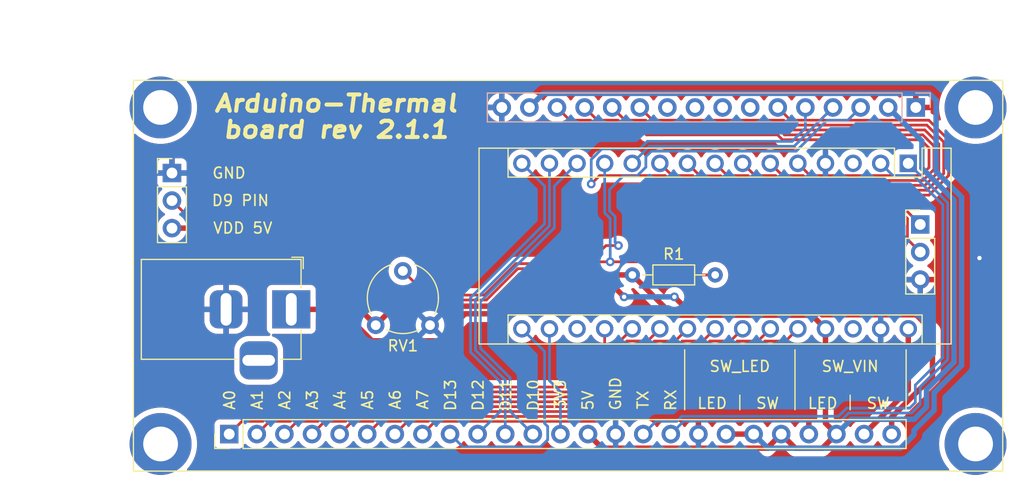
<source format=kicad_pcb>
(kicad_pcb (version 20211014) (generator pcbnew)
  (layers (0 "F.Cu" signal) (31 "B.Cu" signal) (34 "B.Paste" user) (35 "F.Paste" user) (36 "B.SilkS" user "B.Silkscreen") (37 "F.SilkS" user "F.Silkscreen") (38 "B.Mask" user) (39 "F.Mask" user) (44 "Edge.Cuts" user))
  (net 0 "")
  (net 1 "Net-(A1-Pad16)")
  (net 2 "Net-(A1-Pad15)")
  (net 3 "Net-(A1-Pad30)")
  (net 4 "Net-(A1-Pad14)")
  (net 5 "Net-(A1-Pad13)")
  (net 6 "Net-(A1-Pad12)")
  (net 7 "Net-(A1-Pad11)")
  (net 8 "Net-(A1-Pad26)")
  (net 9 "Net-(A1-Pad10)")
  (net 10 "Net-(A1-Pad25)")
  (net 11 "Net-(A1-Pad9)")
  (net 12 "Net-(A1-Pad24)")
  (net 13 "Net-(A1-Pad8)")
  (net 14 "Net-(A1-Pad23)")
  (net 15 "Net-(A1-Pad7)")
  (net 16 "Net-(A1-Pad22)")
  (net 17 "Net-(A1-Pad6)")
  (net 18 "Net-(A1-Pad21)")
  (net 19 "Net-(A1-Pad5)")
  (net 20 "Net-(A1-Pad20)")
  (net 21 "Net-(A1-Pad19)")
  (net 22 "Net-(A1-Pad2)")
  (net 23 "Net-(A1-Pad17)")
  (net 24 "Net-(A1-Pad1)")
  (net 25 "Net-(J1-Pad2)")
  (net 30 "Net-(J3-Pad3)")
  (net 31 "+5V")
  (net 32 "GND")
  (net 33 "Net-(J3-Pad15)")
  (net 34 "Net-(J4-Pad1)")
  (footprint "MountingHole:MountingHole_3.2mm_M3_ISO7380_Pad" (layer "F.Cu") (at 113.043 60.251)
    (fp_text reference "REF**" hide)
    (fp_text value "MountingHole_3.2mm_M3_ISO7380_Pad" hide)
  )
  (footprint "MountingHole:MountingHole_3.2mm_M3_ISO7380_Pad" (layer "F.Cu") (at 113.043 91.251)
    (fp_text reference "REF**" hide)
    (fp_text value "MountingHole_3.2mm_M3_ISO7380_Pad" hide)
  )
  (footprint "MountingHole:MountingHole_3.2mm_M3_ISO7380_Pad" (layer "F.Cu") (at 188.043 91.251)
    (fp_text reference "REF**" hide)
    (fp_text value "MountingHole_3.2mm_M3_ISO7380_Pad" hide)
  )
  (footprint "MountingHole:MountingHole_3.2mm_M3_ISO7380_Pad" (layer "F.Cu") (at 188.043 60.251)
    (fp_text reference "REF**" hide)
    (fp_text value "MountingHole_3.2mm_M3_ISO7380_Pad" hide)
  )
  (footprint "Module:Arduino_Nano" (layer "F.Cu") (at 181.85 65.4 -90)
    (fp_text reference "A1" hide)
    (fp_text value "Arduino_Nano_v3.x" hide)
  )
  (footprint "Connector_PinHeader_2.54mm:PinHeader_1x03_P2.54mm_Vertical" (layer "F.Cu") (at 182.95 71.03)
    (fp_text reference "J1" hide)
    (fp_text value "Conn_01x03_Male" hide)
  )
  (footprint "Resistor_THT:R_Axial_DIN0204_L3.6mm_D1.6mm_P7.62mm_Horizontal" (layer "F.Cu") (at 156.46 75.68)
    (fp_text reference "R1")
    (fp_text value "R")
  )
  (footprint "Potentiometer_THT:Potentiometer_Piher_PT-6-V_Vertical" (layer "F.Cu") (at 137.84 80.31 90)
    (fp_text reference "RV1")
    (fp_text value "R_POT" hide)
  )
  (footprint "Connector_BarrelJack:BarrelJack_Horizontal" (layer "F.Cu") (at 125.07 78.85)
    (fp_text reference "J4" hide)
    (fp_text value "Barrel_Jack" hide)
  )
  (footprint "Connector_PinHeader_2.54mm:PinHeader_1x03_P2.54mm_Vertical" (layer "F.Cu") (at 114.09 66.29)
    (fp_text reference "J2" hide)
    (fp_text value "Conn_01x03_Male" hide)
  )
  (footprint "Connector_PinHeader_2.54mm:PinHeader_1x25_P2.54mm_Vertical" (layer "F.Cu") (at 119.36 90.34 90)
    (fp_text reference "J5" hide)
    (fp_text value "Conn_01x25_Male" hide)
  )
  (footprint "Connector_PinSocket_2.54mm:PinSocket_1x16_P2.54mm_Vertical" (layer "B.Cu") (at 182.543 60.251 90)
    (fp_text reference "J3" hide)
    (fp_text value "Conn_01x16_Female" hide)
  )
  (gr_line (start 190.543 57.751) (end 110.543 57.751) (layer "F.SilkS") (width 0.12))
  (gr_line (start 161.275 88.1) (end 161.275 82.575) (layer "F.SilkS") (width 0.12))
  (gr_line (start 171.425 88.1) (end 171.425 82.575) (layer "F.SilkS") (width 0.12))
  (gr_line (start 181.65 88.1) (end 181.65 82.575) (layer "F.SilkS") (width 0.12))
  (gr_line (start 110.543 93.751) (end 190.543 93.751) (layer "F.SilkS") (width 0.12))
  (gr_line (start 190.543 93.751) (end 190.543 57.751) (layer "F.SilkS") (width 0.12))
  (gr_line (start 166.35 88.1) (end 166.35 86.75) (layer "F.SilkS") (width 0.12))
  (gr_line (start 110.543 57.751) (end 110.543 93.751) (layer "F.SilkS") (width 0.12))
  (gr_line (start 176.5 88.1) (end 176.5 86.75) (layer "F.SilkS") (width 0.12))
  (gr_text "VDD 5V" (at 120.61 71.36) (layer "F.SilkS") (effects (font (size 1 1))))
  (gr_text "D9 PIN" (at 120.39 68.82) (layer "F.SilkS") (effects (font (size 1 1))))
  (gr_text "GND" (at 119.34 66.29) (layer "F.SilkS") (effects (font (size 1 1))))
  (gr_text "A5" (at 132.09 87.17 90) (layer "F.SilkS") (effects (font (size 1 1))))
  (gr_text "GND" (at 154.91 86.62 90) (layer "F.SilkS") (effects (font (size 1 1))))
  (gr_text "TX" (at 157.44 87.19 90) (layer "F.SilkS") (effects (font (size 1 1))))
  (gr_text "Arduino-Thermal\nboard rev 2.1.1" (at 129.21 61.09) (layer "F.SilkS") (effects (font (size 1.5 1.75) (thickness 0.375) italic)))
  (gr_text "D12" (at 142.26 86.75 90) (layer "F.SilkS") (effects (font (size 1 1))))
  (gr_text "D10" (at 147.34 86.75 90) (layer "F.SilkS") (effects (font (size 1 1))))
  (gr_text "3V3" (at 149.83 86.71 90) (layer "F.SilkS") (effects (font (size 1 1))))
  (gr_text "A7" (at 137.17 87.16 90) (layer "F.SilkS") (effects (font (size 1 1))))
  (gr_text "D13" (at 139.72 86.75 90) (layer "F.SilkS") (effects (font (size 1 1))))
  (gr_text "A0" (at 119.39 87.19 90) (layer "F.SilkS") (effects (font (size 1 1))))
  (gr_text "LED" (at 173.975 87.5) (layer "F.SilkS") (effects (font (size 1 1))))
  (gr_text "SW_LED" (at 166.35 84.1) (layer "F.SilkS") (effects (font (size 1 1))))
  (gr_text "A6" (at 134.63 87.16 90) (layer "F.SilkS") (effects (font (size 1 1))))
  (gr_text "SW" (at 179.075 87.5) (layer "F.SilkS") (effects (font (size 1 1))))
  (gr_text "A1" (at 121.93 87.19 90) (layer "F.SilkS") (effects (font (size 1 1))))
  (gr_text "D11" (at 144.8 86.75 90) (layer "F.SilkS") (effects (font (size 1 1))))
  (gr_text "SW" (at 168.9 87.5) (layer "F.SilkS") (effects (font (size 1 1))))
  (gr_text "A3" (at 127.01 87.18 90) (layer "F.SilkS") (effects (font (size 1 1))))
  (gr_text "5V" (at 152.37 87.24 90) (layer "F.SilkS") (effects (font (size 1 1))))
  (gr_text "SW_VIN" (at 176.5 84.1) (layer "F.SilkS") (effects (font (size 1 1))))
  (gr_text "RX" (at 159.99 87.215 90) (layer "F.SilkS") (effects (font (size 1 1))))
  (gr_text "A2" (at 124.47 87.19 90) (layer "F.SilkS") (effects (font (size 1 1))))
  (gr_text "A4" (at 129.55 87.17 90) (layer "F.SilkS") (effects (font (size 1 1))))
  (gr_text "LED" (at 163.8 87.5) (layer "F.SilkS") (effects (font (size 1 1))))
  (segment (start 148.014997 91.515001) (end 140.855001 91.515001) (width 0.25) (layer "B.Cu") (net 1))
  (segment (start 148.664999 89.634999) (end 148.664999 90.864999) (width 0.25) (layer "B.Cu") (net 1))
  (segment (start 140.855001 91.515001) (end 139.68 90.34) (width 0.25) (layer "B.Cu") (net 1))
  (segment (start 148.37999 89.34999) (end 148.664999 89.634999) (width 0.25) (layer "B.Cu") (net 1))
  (segment (start 148.37999 82.72999) (end 148.37999 89.34999) (width 0.25) (layer "B.Cu") (net 1))
  (segment (start 146.29 80.64) (end 148.37999 82.72999) (width 0.25) (layer "B.Cu") (net 1))
  (segment (start 148.664999 90.864999) (end 148.014997 91.515001) (width 0.25) (layer "B.Cu") (net 1))
  (segment (start 141.569991 82.796401) (end 144.30999 85.5364) (width 0.25) (layer "B.Cu") (net 2))
  (segment (start 148.37999 70.9636) (end 141.56999 77.7736) (width 0.25) (layer "B.Cu") (net 2))
  (segment (start 141.56999 77.7736) (end 141.569991 82.796401) (width 0.25) (layer "B.Cu") (net 2))
  (segment (start 144.30999 85.5364) (end 144.30999 88.25001) (width 0.25) (layer "B.Cu") (net 2))
  (segment (start 144.30999 88.25001) (end 142.22 90.34) (width 0.25) (layer "B.Cu") (net 2))
  (segment (start 148.37999 67.48999) (end 148.37999 70.9636) (width 0.25) (layer "B.Cu") (net 2))
  (segment (start 146.29 65.4) (end 148.37999 67.48999) (width 0.25) (layer "B.Cu") (net 2))
  (segment (start 181.85 86.27) (end 181.85 80.64) (width 0.5) (layer "F.Cu") (net 3))
  (segment (start 177.78 90.34) (end 181.85 86.27) (width 0.5) (layer "F.Cu") (net 3))
  (segment (start 142.02 77.96) (end 142.02 82.61) (width 0.25) (layer "B.Cu") (net 4))
  (segment (start 142.02 82.61) (end 144.76 85.35) (width 0.25) (layer "B.Cu") (net 4))
  (segment (start 144.76 85.35) (end 144.76 90.34) (width 0.25) (layer "B.Cu") (net 4))
  (segment (start 148.83 71.15) (end 142.02 77.96) (width 0.25) (layer "B.Cu") (net 4))
  (segment (start 148.83 65.4) (end 148.83 71.15) (width 0.25) (layer "B.Cu") (net 4))
  (segment (start 147.3 90.34) (end 147.285 90.325) (width 0.25) (layer "B.Cu") (net 5))
  (segment (start 145.210009 85.163599) (end 142.47001 82.4236) (width 0.25) (layer "B.Cu") (net 5))
  (segment (start 147.3 90.34) (end 145.21001 88.25001) (width 0.25) (layer "B.Cu") (net 5))
  (segment (start 142.47001 78.1464) (end 149.28001 71.3364) (width 0.25) (layer "B.Cu") (net 5))
  (segment (start 149.28001 67.48999) (end 151.37 65.4) (width 0.25) (layer "B.Cu") (net 5))
  (segment (start 149.28001 71.3364) (end 149.28001 67.48999) (width 0.25) (layer "B.Cu") (net 5))
  (segment (start 142.47001 82.4236) (end 142.47001 78.1464) (width 0.25) (layer "B.Cu") (net 5))
  (segment (start 147.285 90.335) (end 147.29 90.34) (width 0.25) (layer "B.Cu") (net 5))
  (segment (start 145.21001 88.25001) (end 145.210009 85.163599) (width 0.25) (layer "B.Cu") (net 5))
  (segment (start 154.42 74.47) (end 153.17 74.47) (width 0.25) (layer "F.Cu") (net 6))
  (segment (start 116.05499 70.79499) (end 124.138176 70.79499) (width 0.25) (layer "F.Cu") (net 6))
  (segment (start 143.031824 77.98499) (end 131.328176 77.98499) (width 0.25) (layer "F.Cu") (net 6))
  (segment (start 143.031824 77.98499) (end 145.911824 75.10499) (width 0.25) (layer "F.Cu") (net 6))
  (segment (start 145.911824 75.10499) (end 152.53501 75.10499) (width 0.25) (layer "F.Cu") (net 6))
  (segment (start 153.17 74.47) (end 152.53501 75.10499) (width 0.25) (layer "F.Cu") (net 6))
  (segment (start 124.138176 70.79499) (end 131.328176 77.98499) (width 0.25) (layer "F.Cu") (net 6))
  (segment (start 158.78 75.68) (end 164.08 75.68) (width 0.25) (layer "F.Cu") (net 6))
  (segment (start 114.09 68.83) (end 116.05499 70.79499) (width 0.25) (layer "F.Cu") (net 6))
  (segment (start 154.42 74.47) (end 157.57 74.47) (width 0.25) (layer "F.Cu") (net 6))
  (segment (start 157.57 74.47) (end 158.78 75.68) (width 0.25) (layer "F.Cu") (net 6))
  (via (at 154.42 74.47) (size 0.8) (drill 0.4) (layers "F.Cu" "B.Cu") (net 6))
  (segment (start 154.42 70.48) (end 154.42 74.47) (width 0.25) (layer "B.Cu") (net 6))
  (segment (start 153.91 65.4) (end 153.91 69.97) (width 0.25) (layer "B.Cu") (net 6))
  (segment (start 153.91 69.97) (end 154.42 70.48) (width 0.25) (layer "B.Cu") (net 6))
  (segment (start 172.537007 62.637007) (end 172.537007 62.636993) (width 0.25) (layer "B.Cu") (net 7))
  (segment (start 156.45 65.4) (end 158.025 63.825) (width 0.25) (layer "B.Cu") (net 7))
  (segment (start 171.349014 63.825) (end 172.537007 62.637007) (width 0.25) (layer "B.Cu") (net 7))
  (segment (start 158.025 63.825) (end 171.349014 63.825) (width 0.25) (layer "B.Cu") (net 7))
  (segment (start 172.537007 62.636993) (end 174.923 60.251) (width 0.25) (layer "B.Cu") (net 7))
  (segment (start 168.201396 82.225) (end 168.651396 81.775) (width 0.25) (layer "F.Cu") (net 8))
  (segment (start 163.957792 82.665) (end 165.871396 82.665) (width 0.25) (layer "F.Cu") (net 8))
  (segment (start 165.871396 82.665) (end 166.311396 82.225) (width 0.25) (layer "F.Cu") (net 8))
  (segment (start 137.14 90.34) (end 138.315 89.165) (width 0.25) (layer "F.Cu") (net 8))
  (segment (start 138.315 89.165) (end 153.994188 89.165) (width 0.25) (layer "F.Cu") (net 8))
  (segment (start 158.796396 84.015) (end 159.236396 83.575) (width 0.25) (layer "F.Cu") (net 8))
  (segment (start 161.159188 83.575) (end 161.619188 83.115) (width 0.25) (layer "F.Cu") (net 8))
  (segment (start 161.619188 83.115) (end 163.507792 83.115) (width 0.25) (layer "F.Cu") (net 8))
  (segment (start 170.555 81.775) (end 171.69 80.64) (width 0.25) (layer "F.Cu") (net 8))
  (segment (start 163.507792 83.115) (end 163.957792 82.665) (width 0.25) (layer "F.Cu") (net 8))
  (segment (start 157.06 86.099188) (end 157.06 84.511396) (width 0.25) (layer "F.Cu") (net 8))
  (segment (start 159.236396 83.575) (end 161.159188 83.575) (width 0.25) (layer "F.Cu") (net 8))
  (segment (start 157.06 84.511396) (end 157.556396 84.015) (width 0.25) (layer "F.Cu") (net 8))
  (segment (start 166.311396 82.225) (end 168.201396 82.225) (width 0.25) (layer "F.Cu") (net 8))
  (segment (start 168.651396 81.775) (end 170.555 81.775) (width 0.25) (layer "F.Cu") (net 8))
  (segment (start 157.556396 84.015) (end 158.796396 84.015) (width 0.25) (layer "F.Cu") (net 8))
  (segment (start 153.994188 89.165) (end 157.06 86.099188) (width 0.25) (layer "F.Cu") (net 8))
  (segment (start 162.018604 66.525) (end 162.493604 67) (width 0.25) (layer "F.Cu") (net 9))
  (segment (start 164.397208 67) (end 164.822208 67.425) (width 0.25) (layer "F.Cu") (net 9))
  (segment (start 167.175812 67.875) (end 169.079416 67.875) (width 0.25) (layer "F.Cu") (net 9))
  (segment (start 158.99 65.4) (end 160.115 66.525) (width 0.25) (layer "F.Cu") (net 9))
  (segment (start 169.529416 68.325) (end 171.43302 68.325) (width 0.25) (layer "F.Cu") (net 9))
  (segment (start 160.115 66.525) (end 162.018604 66.525) (width 0.25) (layer "F.Cu") (net 9))
  (segment (start 180.695001 68.775001) (end 182.95 71.03) (width 0.25) (layer "F.Cu") (net 9))
  (segment (start 169.079416 67.875) (end 169.529416 68.325) (width 0.25) (layer "F.Cu") (net 9))
  (segment (start 171.43302 68.325) (end 171.883021 68.775001) (width 0.25) (layer "F.Cu") (net 9))
  (segment (start 171.883021 68.775001) (end 180.695001 68.775001) (width 0.25) (layer "F.Cu") (net 9))
  (segment (start 166.725812 67.425) (end 167.175812 67.875) (width 0.25) (layer "F.Cu") (net 9))
  (segment (start 162.493604 67) (end 164.397208 67) (width 0.25) (layer "F.Cu") (net 9))
  (segment (start 164.822208 67.425) (end 166.725812 67.425) (width 0.25) (layer "F.Cu") (net 9))
  (segment (start 138.12859 88.715) (end 153.807792 88.715) (width 0.25) (layer "F.Cu") (net 10))
  (segment (start 156.61 85.912792) (end 156.61 84.325) (width 0.25) (layer "F.Cu") (net 10))
  (segment (start 165.685 82.215) (end 165.685 82.201396) (width 0.25) (layer "F.Cu") (net 10))
  (segment (start 163.771396 82.215) (end 165.685 82.215) (width 0.25) (layer "F.Cu") (net 10))
  (segment (start 153.807792 88.715) (end 156.61 85.912792) (width 0.25) (layer "F.Cu") (net 10))
  (segment (start 168.015 81.775) (end 169.15 80.64) (width 0.25) (layer "F.Cu") (net 10))
  (segment (start 165.685 82.201396) (end 166.111396 81.775) (width 0.25) (layer "F.Cu") (net 10))
  (segment (start 163.321396 82.665) (end 163.771396 82.215) (width 0.25) (layer "F.Cu") (net 10))
  (segment (start 135.775001 89.164999) (end 137.678591 89.164999) (width 0.25) (layer "F.Cu") (net 10))
  (segment (start 158.61 83.565) (end 159.05 83.125) (width 0.25) (layer "F.Cu") (net 10))
  (segment (start 159.05 83.125) (end 160.972792 83.125) (width 0.25) (layer "F.Cu") (net 10))
  (segment (start 166.111396 81.775) (end 168.015 81.775) (width 0.25) (layer "F.Cu") (net 10))
  (segment (start 157.37 83.565) (end 158.61 83.565) (width 0.25) (layer "F.Cu") (net 10))
  (segment (start 160.972792 83.125) (end 161.432792 82.665) (width 0.25) (layer "F.Cu") (net 10))
  (segment (start 161.432792 82.665) (end 163.321396 82.665) (width 0.25) (layer "F.Cu") (net 10))
  (segment (start 137.678591 89.164999) (end 138.12859 88.715) (width 0.25) (layer "F.Cu") (net 10))
  (segment (start 156.61 84.325) (end 157.37 83.565) (width 0.25) (layer "F.Cu") (net 10))
  (segment (start 134.6 90.34) (end 135.775001 89.164999) (width 0.25) (layer "F.Cu") (net 10))
  (segment (start 164.583604 66.55) (end 165.008604 66.975) (width 0.25) (layer "F.Cu") (net 11))
  (segment (start 169.715812 67.875) (end 171.619416 67.875) (width 0.25) (layer "F.Cu") (net 11))
  (segment (start 185.560036 63.244399) (end 183.741638 61.426001) (width 0.25) (layer "F.Cu") (net 11))
  (segment (start 171.619416 67.875) (end 172.069417 68.325001) (width 0.25) (layer "F.Cu") (net 11))
  (segment (start 169.265812 67.425) (end 169.715812 67.875) (width 0.25) (layer "F.Cu") (net 11))
  (segment (start 183.760568 68.325001) (end 183.760603 68.325036) (width 0.25) (layer "F.Cu") (net 11))
  (segment (start 161.53 65.4) (end 162.68 66.55) (width 0.25) (layer "F.Cu") (net 11))
  (segment (start 162.68 66.55) (end 164.583604 66.55) (width 0.25) (layer "F.Cu") (net 11))
  (segment (start 183.760603 68.325036) (end 185.560037 66.525599) (width 0.25) (layer "F.Cu") (net 11))
  (segment (start 172.069417 68.325001) (end 183.760568 68.325001) (width 0.25) (layer "F.Cu") (net 11))
  (segment (start 171.018001 61.426001) (end 169.843 60.251) (width 0.25) (layer "F.Cu") (net 11))
  (segment (start 166.912208 66.975) (end 167.362208 67.425) (width 0.25) (layer "F.Cu") (net 11))
  (segment (start 167.362208 67.425) (end 169.265812 67.425) (width 0.25) (layer "F.Cu") (net 11))
  (segment (start 183.741638 61.426001) (end 171.018001 61.426001) (width 0.25) (layer "F.Cu") (net 11))
  (segment (start 185.560037 66.525599) (end 185.560036 63.244399) (width 0.25) (layer "F.Cu") (net 11))
  (segment (start 165.008604 66.975) (end 166.912208 66.975) (width 0.25) (layer "F.Cu") (net 11))
  (segment (start 135.588615 88.714989) (end 135.138604 89.165) (width 0.25) (layer "F.Cu") (net 12))
  (segment (start 156.520584 83.115) (end 156.16 83.475584) (width 0.25) (layer "F.Cu") (net 12))
  (segment (start 163.135 82.215) (end 161.246396 82.215) (width 0.25) (layer "F.Cu") (net 12))
  (segment (start 156.16 83.475584) (end 156.16 85.726396) (width 0.25) (layer "F.Cu") (net 12))
  (segment (start 137.492191 88.714989) (end 135.588615 88.714989) (width 0.25) (layer "F.Cu") (net 12))
  (segment (start 158.864188 82.675) (end 158.424188 83.115) (width 0.25) (layer "F.Cu") (net 12))
  (segment (start 137.94218 88.265) (end 137.492191 88.714989) (width 0.25) (layer "F.Cu") (net 12))
  (segment (start 160.786396 82.675) (end 158.864188 82.675) (width 0.25) (layer "F.Cu") (net 12))
  (segment (start 158.424188 83.115) (end 156.520584 83.115) (width 0.25) (layer "F.Cu") (net 12))
  (segment (start 166.61 80.64) (end 165.485 81.765) (width 0.25) (layer "F.Cu") (net 12))
  (segment (start 161.246396 82.215) (end 160.786396 82.675) (width 0.25) (layer "F.Cu") (net 12))
  (segment (start 156.16 85.726396) (end 153.621396 88.265) (width 0.25) (layer "F.Cu") (net 12))
  (segment (start 135.138604 89.165) (end 133.235 89.165) (width 0.25) (layer "F.Cu") (net 12))
  (segment (start 165.485 81.765) (end 163.585 81.765) (width 0.25) (layer "F.Cu") (net 12))
  (segment (start 163.585 81.765) (end 163.135 82.215) (width 0.25) (layer "F.Cu") (net 12))
  (segment (start 133.235 89.165) (end 132.06 90.34) (width 0.25) (layer "F.Cu") (net 12))
  (segment (start 153.621396 88.265) (end 137.94218 88.265) (width 0.25) (layer "F.Cu") (net 12))
  (segment (start 164.07 65.4) (end 165.195 66.525) (width 0.25) (layer "F.Cu") (net 13))
  (segment (start 167.548604 66.975) (end 169.452208 66.975) (width 0.25) (layer "F.Cu") (net 13))
  (segment (start 185.110028 66.3392) (end 185.110027 63.4308) (width 0.25) (layer "F.Cu") (net 13))
  (segment (start 169.452208 66.975) (end 169.902208 67.425) (width 0.25) (layer "F.Cu") (net 13))
  (segment (start 169.902208 67.425) (end 171.805812 67.425) (width 0.25) (layer "F.Cu") (net 13))
  (segment (start 183.574175 67.875001) (end 183.574202 67.875028) (width 0.25) (layer "F.Cu") (net 13))
  (segment (start 170.381591 61.426001) (end 158.318001 61.426001) (width 0.25) (layer "F.Cu") (net 13))
  (segment (start 185.110027 63.4308) (end 183.555238 61.876011) (width 0.25) (layer "F.Cu") (net 13))
  (segment (start 167.098604 66.525) (end 167.548604 66.975) (width 0.25) (layer "F.Cu") (net 13))
  (segment (start 172.255813 67.875001) (end 183.574175 67.875001) (width 0.25) (layer "F.Cu") (net 13))
  (segment (start 183.555238 61.876011) (end 170.831601 61.876011) (width 0.25) (layer "F.Cu") (net 13))
  (segment (start 158.318001 61.426001) (end 157.143 60.251) (width 0.25) (layer "F.Cu") (net 13))
  (segment (start 171.805812 67.425) (end 172.255813 67.875001) (width 0.25) (layer "F.Cu") (net 13))
  (segment (start 165.195 66.525) (end 167.098604 66.525) (width 0.25) (layer "F.Cu") (net 13))
  (segment (start 170.831601 61.876011) (end 170.381591 61.426001) (width 0.25) (layer "F.Cu") (net 13))
  (segment (start 183.574202 67.875028) (end 185.110028 66.3392) (width 0.25) (layer "F.Cu") (net 13))
  (segment (start 158.677792 82.225) (end 160.6 82.225) (width 0.25) (layer "F.Cu") (net 14))
  (segment (start 133.048604 88.715) (end 134.952208 88.715) (width 0.25) (layer "F.Cu") (net 14))
  (segment (start 161.06 81.765) (end 162.945 81.765) (width 0.25) (layer "F.Cu") (net 14))
  (segment (start 155.71 83.289188) (end 156.334188 82.665) (width 0.25) (layer "F.Cu") (net 14))
  (segment (start 155.71 85.54) (end 155.71 83.289188) (width 0.25) (layer "F.Cu") (net 14))
  (segment (start 135.402229 88.264979) (end 137.305791 88.264979) (width 0.25) (layer "F.Cu") (net 14))
  (segment (start 130.695 89.165) (end 132.598604 89.165) (width 0.25) (layer "F.Cu") (net 14))
  (segment (start 160.6 82.225) (end 161.06 81.765) (width 0.25) (layer "F.Cu") (net 14))
  (segment (start 158.237792 82.665) (end 158.677792 82.225) (width 0.25) (layer "F.Cu") (net 14))
  (segment (start 153.435 87.815) (end 155.71 85.54) (width 0.25) (layer "F.Cu") (net 14))
  (segment (start 132.598604 89.165) (end 133.048604 88.715) (width 0.25) (layer "F.Cu") (net 14))
  (segment (start 156.334188 82.665) (end 158.237792 82.665) (width 0.25) (layer "F.Cu") (net 14))
  (segment (start 162.945 81.765) (end 164.07 80.64) (width 0.25) (layer "F.Cu") (net 14))
  (segment (start 137.305791 88.264979) (end 137.75577 87.815) (width 0.25) (layer "F.Cu") (net 14))
  (segment (start 134.952208 88.715) (end 135.402229 88.264979) (width 0.25) (layer "F.Cu") (net 14))
  (segment (start 137.75577 87.815) (end 153.435 87.815) (width 0.25) (layer "F.Cu") (net 14))
  (segment (start 129.52 90.34) (end 130.695 89.165) (width 0.25) (layer "F.Cu") (net 14))
  (segment (start 184.660019 66.152801) (end 183.387801 67.425019) (width 0.25) (layer "F.Cu") (net 15))
  (segment (start 170.6452 62.32602) (end 183.36884 62.32602) (width 0.25) (layer "F.Cu") (net 15))
  (segment (start 183.387783 67.425001) (end 172.442209 67.425001) (width 0.25) (layer "F.Cu") (net 15))
  (segment (start 170.088604 66.975) (end 169.638604 66.525) (width 0.25) (layer "F.Cu") (net 15))
  (segment (start 170.195191 61.876011) (end 170.6452 62.32602) (width 0.25) (layer "F.Cu") (net 15))
  (segment (start 184.660018 63.6172) (end 184.660019 66.152801) (width 0.25) (layer "F.Cu") (net 15))
  (segment (start 171.992208 66.975) (end 170.088604 66.975) (width 0.25) (layer "F.Cu") (net 15))
  (segment (start 183.36884 62.32602) (end 184.660018 63.6172) (width 0.25) (layer "F.Cu") (net 15))
  (segment (start 183.387801 67.425019) (end 183.387783 67.425001) (width 0.25) (layer "F.Cu") (net 15))
  (segment (start 169.638604 66.525) (end 167.735 66.525) (width 0.25) (layer "F.Cu") (net 15))
  (segment (start 157.681604 61.426) (end 158.131615 61.876011) (width 0.25) (layer "F.Cu") (net 15))
  (segment (start 155.778 61.426) (end 157.681604 61.426) (width 0.25) (layer "F.Cu") (net 15))
  (segment (start 158.131615 61.876011) (end 170.195191 61.876011) (width 0.25) (layer "F.Cu") (net 15))
  (segment (start 154.603 60.251) (end 155.778 61.426) (width 0.25) (layer "F.Cu") (net 15))
  (segment (start 172.442209 67.425001) (end 171.992208 66.975) (width 0.25) (layer "F.Cu") (net 15))
  (segment (start 167.735 66.525) (end 166.61 65.4) (width 0.25) (layer "F.Cu") (net 15))
  (segment (start 154.603 60.251) (end 154.918011 60.566011) (width 0.25) (layer "B.Cu") (net 15))
  (segment (start 155.26 83.102792) (end 156.147792 82.215) (width 0.25) (layer "F.Cu") (net 16))
  (segment (start 160.395 81.775) (end 161.53 80.64) (width 0.25) (layer "F.Cu") (net 16))
  (segment (start 158.491396 81.775) (end 160.395 81.775) (width 0.25) (layer "F.Cu") (net 16))
  (segment (start 155.26 85.349188) (end 155.26 83.102792) (width 0.25) (layer "F.Cu") (net 16))
  (segment (start 126.98 90.34) (end 128.155 89.165) (width 0.25) (layer "F.Cu") (net 16))
  (segment (start 128.155 89.165) (end 130.058604 89.165) (width 0.25) (layer "F.Cu") (net 16))
  (segment (start 130.058604 89.165) (end 130.508604 88.715) (width 0.25) (layer "F.Cu") (net 16))
  (segment (start 137.56936 87.365) (end 153.244188 87.365) (width 0.25) (layer "F.Cu") (net 16))
  (segment (start 132.862208 88.265) (end 134.765812 88.265) (width 0.25) (layer "F.Cu") (net 16))
  (segment (start 134.765812 88.265) (end 135.215833 87.814979) (width 0.25) (layer "F.Cu") (net 16))
  (segment (start 130.508604 88.715) (end 132.412208 88.715) (width 0.25) (layer "F.Cu") (net 16))
  (segment (start 153.244188 87.365) (end 155.26 85.349188) (width 0.25) (layer "F.Cu") (net 16))
  (segment (start 132.412208 88.715) (end 132.862208 88.265) (width 0.25) (layer "F.Cu") (net 16))
  (segment (start 137.119381 87.814979) (end 137.56936 87.365) (width 0.25) (layer "F.Cu") (net 16))
  (segment (start 135.215833 87.814979) (end 137.119381 87.814979) (width 0.25) (layer "F.Cu") (net 16))
  (segment (start 158.051396 82.215) (end 158.491396 81.775) (width 0.25) (layer "F.Cu") (net 16))
  (segment (start 156.147792 82.215) (end 158.051396 82.215) (width 0.25) (layer "F.Cu") (net 16))
  (segment (start 153.238 61.426) (end 155.141604 61.426) (width 0.25) (layer "F.Cu") (net 17))
  (segment (start 183.182439 62.776029) (end 184.210009 63.803599) (width 0.25) (layer "F.Cu") (net 17))
  (segment (start 170.275 66.525) (end 169.15 65.4) (width 0.25) (layer "F.Cu") (net 17))
  (segment (start 184.21001 65.9664) (end 183.2014 66.97501) (width 0.25) (layer "F.Cu") (net 17))
  (segment (start 152.063 60.251) (end 153.238 61.426) (width 0.25) (layer "F.Cu") (net 17))
  (segment (start 155.141604 61.426) (end 155.591604 61.876) (width 0.25) (layer "F.Cu") (net 17))
  (segment (start 170.008791 62.326021) (end 170.458801 62.776029) (width 0.25) (layer "F.Cu") (net 17))
  (segment (start 183.201391 66.975001) (end 172.628605 66.975001) (width 0.25) (layer "F.Cu") (net 17))
  (segment (start 172.178604 66.525) (end 170.275 66.525) (width 0.25) (layer "F.Cu") (net 17))
  (segment (start 184.210009 63.803599) (end 184.21001 65.9664) (width 0.25) (layer "F.Cu") (net 17))
  (segment (start 157.945229 62.326021) (end 170.008791 62.326021) (width 0.25) (layer "F.Cu") (net 17))
  (segment (start 183.2014 66.97501) (end 183.201391 66.975001) (width 0.25) (layer "F.Cu") (net 17))
  (segment (start 172.628605 66.975001) (end 172.178604 66.525) (width 0.25) (layer "F.Cu") (net 17))
  (segment (start 155.591604 61.876) (end 157.495208 61.876) (width 0.25) (layer "F.Cu") (net 17))
  (segment (start 170.458801 62.776029) (end 183.182439 62.776029) (width 0.25) (layer "F.Cu") (net 17))
  (segment (start 157.495208 61.876) (end 157.945229 62.326021) (width 0.25) (layer "F.Cu") (net 17))
  (segment (start 152.063 60.251) (end 152.063 59.773) (width 0.25) (layer "B.Cu") (net 17))
  (segment (start 155.961396 81.765) (end 157.865 81.765) (width 0.25) (layer "F.Cu") (net 18))
  (segment (start 129.872208 88.715) (end 130.322208 88.265) (width 0.25) (layer "F.Cu") (net 18))
  (segment (start 136.935143 87.362821) (end 137.391162 86.906802) (width 0.25) (layer "F.Cu") (net 18))
  (segment (start 136.932991 87.364959) (end 136.932991 87.362821) (width 0.25) (layer "F.Cu") (net 18))
  (segment (start 132.225812 88.265) (end 132.675812 87.815) (width 0.25) (layer "F.Cu") (net 18))
  (segment (start 127.518604 89.165) (end 127.968604 88.715) (width 0.25) (layer "F.Cu") (net 18))
  (segment (start 135.029457 87.364959) (end 136.932991 87.364959) (width 0.25) (layer "F.Cu") (net 18))
  (segment (start 130.322208 88.265) (end 132.225812 88.265) (width 0.25) (layer "F.Cu") (net 18))
  (segment (start 154.81 85.162792) (end 154.81 82.916396) (width 0.25) (layer "F.Cu") (net 18))
  (segment (start 134.579416 87.815) (end 135.029457 87.364959) (width 0.25) (layer "F.Cu") (net 18))
  (segment (start 153.06599 86.906802) (end 154.81 85.162792) (width 0.25) (layer "F.Cu") (net 18))
  (segment (start 132.675812 87.815) (end 134.579416 87.815) (width 0.25) (layer "F.Cu") (net 18))
  (segment (start 157.865 81.765) (end 158.99 80.64) (width 0.25) (layer "F.Cu") (net 18))
  (segment (start 137.391162 86.906802) (end 153.06599 86.906802) (width 0.25) (layer "F.Cu") (net 18))
  (segment (start 136.932991 87.362821) (end 136.935143 87.362821) (width 0.25) (layer "F.Cu") (net 18))
  (segment (start 125.615 89.165) (end 127.518604 89.165) (width 0.25) (layer "F.Cu") (net 18))
  (segment (start 127.968604 88.715) (end 129.872208 88.715) (width 0.25) (layer "F.Cu") (net 18))
  (segment (start 154.81 82.916396) (end 155.961396 81.765) (width 0.25) (layer "F.Cu") (net 18))
  (segment (start 124.44 90.34) (end 125.615 89.165) (width 0.25) (layer "F.Cu") (net 18))
  (segment (start 155.405208 62.326) (end 154.955208 61.876) (width 0.25) (layer "F.Cu") (net 19))
  (segment (start 159.175 62.776021) (end 157.758833 62.776021) (width 0.25) (layer "F.Cu") (net 19))
  (segment (start 154.955208 61.876) (end 153.051604 61.876) (width 0.25) (layer "F.Cu") (net 19))
  (segment (start 157.758833 62.776021) (end 157.308812 62.326) (width 0.25) (layer "F.Cu") (net 19))
  (segment (start 172.815001 66.525001) (end 183.014999 66.525001) (width 0.25) (layer "F.Cu") (net 19))
  (segment (start 150.698 61.426) (end 149.523 60.251) (width 0.25) (layer "F.Cu") (net 19))
  (segment (start 183.014999 66.525001) (end 183.76 65.78) (width 0.25) (layer "F.Cu") (net 19))
  (segment (start 170.272401 63.226039) (end 169.822393 62.776031) (width 0.25) (layer "F.Cu") (net 19))
  (segment (start 171.69 65.4) (end 172.815001 66.525001) (width 0.25) (layer "F.Cu") (net 19))
  (segment (start 159.17501 62.776031) (end 159.175 62.776021) (width 0.25) (layer "F.Cu") (net 19))
  (segment (start 183.76 65.78) (end 183.76 63.99) (width 0.25) (layer "F.Cu") (net 19))
  (segment (start 183.76 63.99) (end 182.996039 63.226039) (width 0.25) (layer "F.Cu") (net 19))
  (segment (start 157.308812 62.326) (end 155.405208 62.326) (width 0.25) (layer "F.Cu") (net 19))
  (segment (start 169.822393 62.776031) (end 159.17501 62.776031) (width 0.25) (layer "F.Cu") (net 19))
  (segment (start 182.996039 63.226039) (end 170.272401 63.226039) (width 0.25) (layer "F.Cu") (net 19))
  (segment (start 153.051604 61.876) (end 152.601604 61.426) (width 0.25) (layer "F.Cu") (net 19))
  (segment (start 152.601604 61.426) (end 150.698 61.426) (width 0.25) (layer "F.Cu") (net 19))
  (segment (start 127.782208 88.265) (end 129.685812 88.265) (width 0.25) (layer "F.Cu") (net 20))
  (segment (start 124.978604 89.165) (end 125.428604 88.715) (width 0.25) (layer "F.Cu") (net 20))
  (segment (start 121.9 90.34) (end 123.075 89.165) (width 0.25) (layer "F.Cu") (net 20))
  (segment (start 154.36 82.73) (end 154.36 84.976396) (width 0.25) (layer "F.Cu") (net 20))
  (segment (start 123.075 89.165) (end 124.978604 89.165) (width 0.25) (layer "F.Cu") (net 20))
  (segment (start 136.716689 86.914959) (end 137.174846 86.456802) (width 0.25) (layer "F.Cu") (net 20))
  (segment (start 152.879594 86.456802) (end 154.36 84.976396) (width 0.25) (layer "F.Cu") (net 20))
  (segment (start 130.150812 87.8) (end 132.054416 87.8) (width 0.25) (layer "F.Cu") (net 20))
  (segment (start 134.39302 87.365) (end 134.85802 86.9) (width 0.25) (layer "F.Cu") (net 20))
  (segment (start 127.332208 88.715) (end 127.782208 88.265) (width 0.25) (layer "F.Cu") (net 20))
  (segment (start 132.489416 87.365) (end 134.39302 87.365) (width 0.25) (layer "F.Cu") (net 20))
  (segment (start 156.45 80.64) (end 154.36 82.73) (width 0.25) (layer "F.Cu") (net 20))
  (segment (start 137.174846 86.456802) (end 152.879594 86.456802) (width 0.25) (layer "F.Cu") (net 20))
  (segment (start 132.054416 87.8) (end 132.489416 87.365) (width 0.25) (layer "F.Cu") (net 20))
  (segment (start 125.428604 88.715) (end 127.332208 88.715) (width 0.25) (layer "F.Cu") (net 20))
  (segment (start 134.85802 86.9) (end 135.7 86.9) (width 0.25) (layer "F.Cu") (net 20))
  (segment (start 135.7 86.9) (end 135.714959 86.914959) (width 0.25) (layer "F.Cu") (net 20))
  (segment (start 135.714959 86.914959) (end 136.716689 86.914959) (width 0.25) (layer "F.Cu") (net 20))
  (segment (start 129.685812 88.265) (end 130.150812 87.8) (width 0.25) (layer "F.Cu") (net 20))
  (segment (start 132.30302 86.915) (end 131.89302 87.325) (width 0.25) (layer "F.Cu") (net 21))
  (segment (start 134.671624 86.45) (end 134.206624 86.915) (width 0.25) (layer "F.Cu") (net 21))
  (segment (start 153.766624 80.64) (end 153.91 80.64) (width 0.25) (layer "F.Cu") (net 21))
  (segment (start 152.693198 86.006802) (end 136.98845 86.006802) (width 0.25) (layer "F.Cu") (net 21))
  (segment (start 153.91 80.64) (end 153.91 84.79) (width 0.25) (layer "F.Cu") (net 21))
  (segment (start 134.206624 86.915) (end 132.30302 86.915) (width 0.25) (layer "F.Cu") (net 21))
  (segment (start 125.257208 88.25) (end 124.792208 88.715) (width 0.25) (layer "F.Cu") (net 21))
  (segment (start 127.585 87.815) (end 127.15 88.25) (width 0.25) (layer "F.Cu") (net 21))
  (segment (start 129.499416 87.815) (end 127.585 87.815) (width 0.25) (layer "F.Cu") (net 21))
  (segment (start 122.438604 89.165) (end 120.535 89.165) (width 0.25) (layer "F.Cu") (net 21))
  (segment (start 129.989416 87.325) (end 129.499416 87.815) (width 0.25) (layer "F.Cu") (net 21))
  (segment (start 127.15 88.25) (end 125.257208 88.25) (width 0.25) (layer "F.Cu") (net 21))
  (segment (start 131.89302 87.325) (end 129.989416 87.325) (width 0.25) (layer "F.Cu") (net 21))
  (segment (start 122.888604 88.715) (end 122.438604 89.165) (width 0.25) (layer "F.Cu") (net 21))
  (segment (start 136.545252 86.45) (end 134.671624 86.45) (width 0.25) (layer "F.Cu") (net 21))
  (segment (start 124.792208 88.715) (end 122.888604 88.715) (width 0.25) (layer "F.Cu") (net 21))
  (segment (start 136.98845 86.006802) (end 136.545252 86.45) (width 0.25) (layer "F.Cu") (net 21))
  (segment (start 120.535 89.165) (end 119.36 90.34) (width 0.25) (layer "F.Cu") (net 21))
  (segment (start 153.91 84.79) (end 152.693198 86.006802) (width 0.25) (layer "F.Cu") (net 21))
  (segment (start 185.02999 83.290452) (end 182.5 85.820442) (width 0.25) (layer "B.Cu") (net 22))
  (segment (start 182.338591 66.525001) (end 185.02999 69.2164) (width 0.25) (layer "B.Cu") (net 22))
  (segment (start 160.538604 89.165) (end 158.635 89.165) (width 0.25) (layer "B.Cu") (net 22))
  (segment (start 179.31 65.4) (end 180.435001 66.525001) (width 0.25) (layer "B.Cu") (net 22))
  (segment (start 182.5 85.820442) (end 182.5 87.425432) (width 0.25) (layer "B.Cu") (net 22))
  (segment (start 185.02999 69.2164) (end 185.02999 83.290452) (width 0.25) (layer "B.Cu") (net 22))
  (segment (start 161.003604 88.7) (end 160.538604 89.165) (width 0.25) (layer "B.Cu") (net 22))
  (segment (start 158.635 89.165) (end 157.46 90.34) (width 0.25) (layer "B.Cu") (net 22))
  (segment (start 175.430432 88.7) (end 161.003604 88.7) (width 0.25) (layer "B.Cu") (net 22))
  (segment (start 180.435001 66.525001) (end 182.338591 66.525001) (width 0.25) (layer "B.Cu") (net 22))
  (segment (start 181.975432 87.95) (end 176.180432 87.95) (width 0.25) (layer "B.Cu") (net 22))
  (segment (start 182.5 87.425432) (end 181.975432 87.95) (width 0.25) (layer "B.Cu") (net 22))
  (segment (start 176.180432 87.95) (end 175.430432 88.7) (width 0.25) (layer "B.Cu") (net 22))
  (segment (start 148.83 80.64) (end 148.83 85.42) (width 0.25) (layer "B.Cu") (net 23))
  (segment (start 148.83 85.42) (end 149.84 86.43) (width 0.25) (layer "B.Cu") (net 23))
  (segment (start 149.84 86.43) (end 149.84 90.34) (width 0.25) (layer "B.Cu") (net 23))
  (segment (start 161.19 89.15) (end 175.616828 89.15) (width 0.25) (layer "B.Cu") (net 24))
  (segment (start 185.48 69.03) (end 181.85 65.4) (width 0.25) (layer "B.Cu") (net 24))
  (segment (start 182.161828 88.4) (end 182.95 87.611828) (width 0.25) (layer "B.Cu") (net 24))
  (segment (start 175.616828 89.15) (end 176.366828 88.4) (width 0.25) (layer "B.Cu") (net 24))
  (segment (start 182.95 86.006852) (end 185.48 83.476852) (width 0.25) (layer "B.Cu") (net 24))
  (segment (start 182.95 87.611828) (end 182.95 86.006852) (width 0.25) (layer "B.Cu") (net 24))
  (segment (start 185.48 83.476852) (end 185.48 69.03) (width 0.25) (layer "B.Cu") (net 24))
  (segment (start 160 90.34) (end 161.19 89.15) (width 0.25) (layer "B.Cu") (net 24))
  (segment (start 176.366828 88.4) (end 182.161828 88.4) (width 0.25) (layer "B.Cu") (net 24))
  (segment (start 169.34302 68.775) (end 171.246624 68.775) (width 0.25) (layer "F.Cu") (net 25))
  (segment (start 164.635812 67.875) (end 166.539416 67.875) (width 0.25) (layer "F.Cu") (net 25))
  (segment (start 152.675 67.3) (end 153.45 66.525) (width 0.25) (layer "F.Cu") (net 25))
  (segment (start 166.539416 67.875) (end 166.989416 68.325) (width 0.25) (layer "F.Cu") (net 25))
  (segment (start 161.832208 66.975) (end 162.307208 67.45) (width 0.25) (layer "F.Cu") (net 25))
  (segment (start 181.774999 72.394999) (end 182.95 73.57) (width 0.25) (layer "F.Cu") (net 25))
  (segment (start 166.989416 68.325) (end 168.89302 68.325) (width 0.25) (layer "F.Cu") (net 25))
  (segment (start 153.45 66.525) (end 159.478604 66.525) (width 0.25) (layer "F.Cu") (net 25))
  (segment (start 168.89302 68.325) (end 169.34302 68.775) (width 0.25) (layer "F.Cu") (net 25))
  (segment (start 159.478604 66.525) (end 159.928604 66.975) (width 0.25) (layer "F.Cu") (net 25))
  (segment (start 159.928604 66.975) (end 161.832208 66.975) (width 0.25) (layer "F.Cu") (net 25))
  (segment (start 171.246624 68.775) (end 171.696624 69.225) (width 0.25) (layer "F.Cu") (net 25))
  (segment (start 164.210812 67.45) (end 164.635812 67.875) (width 0.25) (layer "F.Cu") (net 25))
  (segment (start 162.307208 67.45) (end 164.210812 67.45) (width 0.25) (layer "F.Cu") (net 25))
  (segment (start 171.696624 69.225) (end 180.50859 69.225) (width 0.25) (layer "F.Cu") (net 25))
  (segment (start 181.774999 70.491409) (end 181.774999 72.394999) (width 0.25) (layer "F.Cu") (net 25))
  (segment (start 180.50859 69.225) (end 181.774999 70.491409) (width 0.25) (layer "F.Cu") (net 25))
  (via (at 152.675 67.3) (size 0.8) (drill 0.4) (layers "F.Cu" "B.Cu") (net 25))
  (segment (start 157.144302 64.069302) (end 153.649707 64.069302) (width 0.25) (layer "B.Cu") (net 25))
  (segment (start 153.649707 64.069302) (end 152.675 65.044009) (width 0.25) (layer "B.Cu") (net 25))
  (segment (start 152.675 66.1) (end 152.675 67.3) (width 0.25) (layer "B.Cu") (net 25))
  (segment (start 172.383 60.251) (end 172.383 62.154618) (width 0.25) (layer "B.Cu") (net 25))
  (segment (start 167.875 63.375) (end 157.838604 63.375) (width 0.25) (layer "B.Cu") (net 25))
  (segment (start 152.675 65.044009) (end 152.675 66.1) (width 0.25) (layer "B.Cu") (net 25))
  (segment (start 171.162618 63.375) (end 167.875 63.375) (width 0.25) (layer "B.Cu") (net 25))
  (segment (start 157.838604 63.375) (end 157.144302 64.069302) (width 0.25) (layer "B.Cu") (net 25))
  (segment (start 172.383 62.154618) (end 171.456309 63.081309) (width 0.25) (layer "B.Cu") (net 25))
  (segment (start 171.456309 63.081309) (end 171.162618 63.375) (width 0.25) (layer "B.Cu") (net 25))
  (segment (start 145.740404 74.64) (end 142.845424 77.53498) (width 0.25) (layer "F.Cu") (net 30))
  (segment (start 152.36359 74.64) (end 145.740404 74.64) (width 0.25) (layer "F.Cu") (net 30))
  (segment (start 155.175 72.975) (end 154.02859 72.975) (width 0.25) (layer "F.Cu") (net 30))
  (segment (start 154.02859 72.975) (end 152.36359 74.64) (width 0.25) (layer "F.Cu") (net 30))
  (segment (start 142.845424 77.53498) (end 137.56498 77.53498) (width 0.25) (layer "F.Cu") (net 30))
  (segment (start 137.56498 77.53498) (end 135.34 75.31) (width 0.25) (layer "F.Cu") (net 30))
  (via (at 155.175 72.975) (size 0.8) (drill 0.4) (layers "F.Cu" "B.Cu") (net 30))
  (segment (start 154.36 69.783604) (end 154.36 67.815) (width 0.25) (layer "B.Cu") (net 30))
  (segment (start 157.7 64.786396) (end 158.211396 64.275) (width 0.25) (layer "B.Cu") (net 30))
  (segment (start 154.87 72.295) (end 154.87 70.293604) (width 0.25) (layer "B.Cu") (net 30))
  (segment (start 154.36 67.815) (end 155.575 66.6) (width 0.25) (layer "B.Cu") (net 30))
  (segment (start 157.7 65.75) (end 157.7 64.786396) (width 0.25) (layer "B.Cu") (net 30))
  (segment (start 155.575 66.6) (end 156.85 66.6) (width 0.25) (layer "B.Cu") (net 30))
  (segment (start 176.287999 61.426001) (end 177.463 60.251) (width 0.25) (layer "B.Cu") (net 30))
  (segment (start 154.87 72.67) (end 155.175 72.975) (width 0.25) (layer "B.Cu") (net 30))
  (segment (start 154.87 70.293604) (end 154.36 69.783604) (width 0.25) (layer "B.Cu") (net 30))
  (segment (start 171.53541 64.275) (end 174.384409 61.426001) (width 0.25) (layer "B.Cu") (net 30))
  (segment (start 156.85 66.6) (end 157.7 65.75) (width 0.25) (layer "B.Cu") (net 30))
  (segment (start 154.87 72.295) (end 154.87 72.67) (width 0.25) (layer "B.Cu") (net 30))
  (segment (start 174.384409 61.426001) (end 176.287999 61.426001) (width 0.25) (layer "B.Cu") (net 30))
  (segment (start 158.211396 64.275) (end 171.53541 64.275) (width 0.25) (layer "B.Cu") (net 30))
  (segment (start 174.23 80.64) (end 172.979999 79.389999) (width 0.5) (layer "F.Cu") (net 31))
  (segment (start 175.24 90.34) (end 173.94 91.64) (width 0.5) (layer "F.Cu") (net 31))
  (segment (start 143.27 78.56) (end 134.59 78.56) (width 0.5) (layer "F.Cu") (net 31))
  (segment (start 171.46 91.64) (end 170.16 90.34) (width 0.5) (layer "F.Cu") (net 31))
  (segment (start 153.68 91.64) (end 152.38 90.34) (width 0.5) (layer "F.Cu") (net 31))
  (segment (start 123.9 71.37) (end 131.09 78.56) (width 0.5) (layer "F.Cu") (net 31))
  (segment (start 146.15 75.68) (end 143.27 78.56) (width 0.5) (layer "F.Cu") (net 31))
  (segment (start 174.23 89.33) (end 175.24 90.34) (width 0.5) (layer "F.Cu") (net 31))
  (segment (start 160.169999 79.389999) (end 156.46 75.68) (width 0.5) (layer "F.Cu") (net 31))
  (segment (start 131.09 78.56) (end 132.84 80.31) (width 0.5) (layer "F.Cu") (net 31))
  (segment (start 170.16 90.34) (end 168.86 91.64) (width 0.5) (layer "F.Cu") (net 31))
  (segment (start 152.365 90.325) (end 152.38 90.34) (width 0.5) (layer "F.Cu") (net 31))
  (segment (start 156.46 75.68) (end 146.15 75.68) (width 0.5) (layer "F.Cu") (net 31))
  (segment (start 172.979999 79.389999) (end 160.169999 79.389999) (width 0.5) (layer "F.Cu") (net 31))
  (segment (start 174.23 80.64) (end 174.23 89.33) (width 0.5) (layer "F.Cu") (net 31))
  (segment (start 168.86 91.64) (end 153.68 91.64) (width 0.5) (layer "F.Cu") (net 31))
  (segment (start 173.94 91.64) (end 171.46 91.64) (width 0.5) (layer "F.Cu") (net 31))
  (segment (start 114.09 71.37) (end 123.9 71.37) (width 0.5) (layer "F.Cu") (net 31))
  (segment (start 134.59 78.56) (end 132.84 80.31) (width 0.5) (layer "F.Cu") (net 31))
  (segment (start 152.365 90.335) (end 152.37 90.34) (width 0.5) (layer "F.Cu") (net 31))
  (segment (start 183.100001 65.836815) (end 183.100001 63.348001) (width 0.5) (layer "B.Cu") (net 31))
  (segment (start 186.055008 68.791822) (end 183.100001 65.836815) (width 0.5) (layer "B.Cu") (net 31))
  (segment (start 186.055008 83.71503) (end 186.055008 68.791822) (width 0.5) (layer "B.Cu") (net 31))
  (segment (start 175.24 90.34) (end 176.605 88.975) (width 0.5) (layer "B.Cu") (net 31))
  (segment (start 183.525 87.85) (end 183.525 86.245038) (width 0.5) (layer "B.Cu") (net 31))
  (segment (start 176.605 88.975) (end 182.4 88.975) (width 0.5) (layer "B.Cu") (net 31))
  (segment (start 182.4 88.975) (end 183.525 87.85) (width 0.5) (layer "B.Cu") (net 31))
  (segment (start 152.38 90.325) (end 152.38 90.34) (width 0.5) (layer "B.Cu") (net 31))
  (segment (start 183.525 86.245038) (end 186.055008 83.71503) (width 0.5) (layer "B.Cu") (net 31))
  (segment (start 183.100001 63.348001) (end 180.003 60.251) (width 0.5) (layer "B.Cu") (net 31))
  (via (at 188.4 74.125) (size 0.8) (drill 0.4) (layers "F.Cu" "B.Cu") (net 32))
  (segment (start 167.62 90.34) (end 165.08 90.34) (width 0.5) (layer "F.Cu") (net 33))
  (segment (start 182.375 90.4) (end 181.135 91.64) (width 0.5) (layer "B.Cu") (net 33))
  (segment (start 184.41 59.58) (end 184.41 66.156852) (width 0.5) (layer "B.Cu") (net 33))
  (segment (start 186.755006 84.004982) (end 184.225 86.534988) (width 0.5) (layer "B.Cu") (net 33))
  (segment (start 181.135 91.64) (end 168.94 91.64) (width 0.5) (layer "B.Cu") (net 33))
  (segment (start 148.283001 58.950999) (end 183.780999 58.950999) (width 0.5) (layer "B.Cu") (net 33))
  (segment (start 168.93 91.65) (end 167.62 90.34) (width 0.5) (layer "B.Cu") (net 33))
  (segment (start 184.225 88.15) (end 182.375 90) (width 0.5) (layer "B.Cu") (net 33))
  (segment (start 184.41 66.156852) (end 186.755018 68.50187) (width 0.5) (layer "B.Cu") (net 33))
  (segment (start 182.375 90) (end 182.375 90.4) (width 0.5) (layer "B.Cu") (net 33))
  (segment (start 168.94 91.64) (end 168.93 91.65) (width 0.5) (layer "B.Cu") (net 33))
  (segment (start 184.225 86.534988) (end 184.225 88.15) (width 0.5) (layer "B.Cu") (net 33))
  (segment (start 146.983 60.251) (end 148.283001 58.950999) (width 0.5) (layer "B.Cu") (net 33))
  (segment (start 183.780999 58.950999) (end 184.41 59.58) (width 0.5) (layer "B.Cu") (net 33))
  (segment (start 186.755018 84.004982) (end 186.755006 84.004982) (width 0.5) (layer "B.Cu") (net 33))
  (segment (start 186.755018 68.50187) (end 186.755018 84.004982) (width 0.5) (layer "B.Cu") (net 33))
  (segment (start 173.92995 79.35) (end 182.575 79.35) (width 0.5) (layer "F.Cu") (net 34))
  (segment (start 132.49809 81.75) (end 138.575 81.75) (width 0.5) (layer "F.Cu") (net 34))
  (segment (start 180.32 88.78995) (end 180.32 90.34) (width 0.5) (layer "F.Cu") (net 34))
  (segment (start 130.39005 78.85) (end 131.207525 79.667475) (width 0.5) (layer "F.Cu") (net 34))
  (segment (start 125.07 78.85) (end 130.39005 78.85) (width 0.5) (layer "F.Cu") (net 34))
  (segment (start 131.207525 79.667475) (end 131.207525 80.459435) (width 0.5) (layer "F.Cu") (net 34))
  (segment (start 143.565 79.26) (end 144.584975 78.240025) (width 0.5) (layer "F.Cu") (net 34))
  (segment (start 131.207525 80.459435) (end 132.49809 81.75) (width 0.5) (layer "F.Cu") (net 34))
  (segment (start 144.584975 78.234975) (end 146.43995 76.38) (width 0.5) (layer "F.Cu") (net 34))
  (segment (start 184.075 85.03495) (end 180.32 88.78995) (width 0.5) (layer "F.Cu") (net 34))
  (segment (start 154.38 76.38) (end 155.7 77.7) (width 0.5) (layer "F.Cu") (net 34))
  (segment (start 173.269949 78.689999) (end 173.92995 79.35) (width 0.5) (layer "F.Cu") (net 34))
  (segment (start 146.43995 76.38) (end 154.38 76.38) (width 0.5) (layer "F.Cu") (net 34))
  (segment (start 144.584975 78.240025) (end 144.584975 78.234975) (width 0.5) (layer "F.Cu") (net 34))
  (segment (start 182.575 79.35) (end 184.075 80.85) (width 0.5) (layer "F.Cu") (net 34))
  (segment (start 184.075 80.85) (end 184.075 85.03495) (width 0.5) (layer "F.Cu") (net 34))
  (segment (start 161.314999 78.689999) (end 173.269949 78.689999) (width 0.5) (layer "F.Cu") (net 34))
  (segment (start 160.325 77.7) (end 161.314999 78.689999) (width 0.5) (layer "F.Cu") (net 34))
  (segment (start 141.065 79.26) (end 143.565 79.26) (width 0.5) (layer "F.Cu") (net 34))
  (segment (start 138.575 81.75) (end 141.065 79.26) (width 0.5) (layer "F.Cu") (net 34))
  (via (at 155.7 77.7) (size 0.8) (drill 0.4) (layers "F.Cu" "B.Cu") (net 34))
  (via (at 160.325 77.7) (size 0.8) (drill 0.4) (layers "F.Cu" "B.Cu") (net 34))
  (segment (start 155.7 77.7) (end 160.325 77.7) (width 0.5) (layer "B.Cu") (net 34))
  (zone (net 32) (net_name "GND") (layers F&B.Cu) (connect_pads (clearance 0.508)) (min_thickness 0.254) (fill yes (thermal_gap 0.508) (thermal_bridge_width 0.508))
    (polygon (pts (xy 190.55 93.75) (xy 110.55 93.75) (xy 110.55 57.75) (xy 190.55 57.75)))
  )
)
</source>
